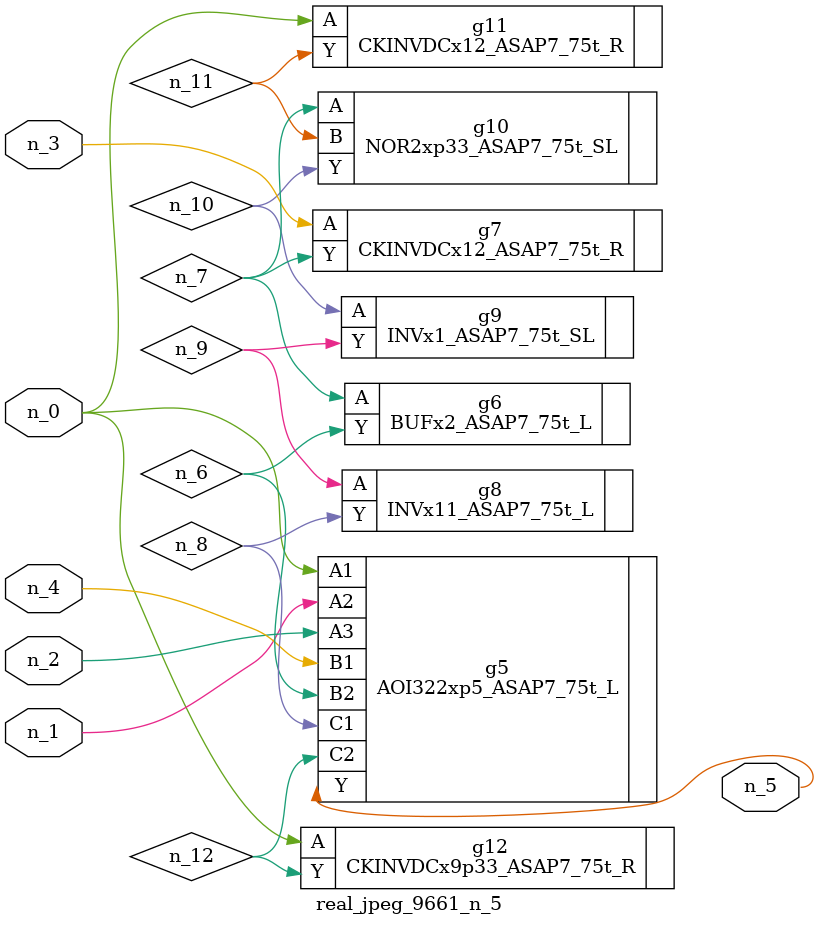
<source format=v>
module real_jpeg_9661_n_5 (n_4, n_0, n_1, n_2, n_3, n_5);

input n_4;
input n_0;
input n_1;
input n_2;
input n_3;

output n_5;

wire n_12;
wire n_8;
wire n_11;
wire n_6;
wire n_7;
wire n_10;
wire n_9;

AOI322xp5_ASAP7_75t_L g5 ( 
.A1(n_0),
.A2(n_1),
.A3(n_2),
.B1(n_4),
.B2(n_6),
.C1(n_8),
.C2(n_12),
.Y(n_5)
);

CKINVDCx12_ASAP7_75t_R g11 ( 
.A(n_0),
.Y(n_11)
);

CKINVDCx9p33_ASAP7_75t_R g12 ( 
.A(n_0),
.Y(n_12)
);

CKINVDCx12_ASAP7_75t_R g7 ( 
.A(n_3),
.Y(n_7)
);

BUFx2_ASAP7_75t_L g6 ( 
.A(n_7),
.Y(n_6)
);

NOR2xp33_ASAP7_75t_SL g10 ( 
.A(n_7),
.B(n_11),
.Y(n_10)
);

INVx11_ASAP7_75t_L g8 ( 
.A(n_9),
.Y(n_8)
);

INVx1_ASAP7_75t_SL g9 ( 
.A(n_10),
.Y(n_9)
);


endmodule
</source>
